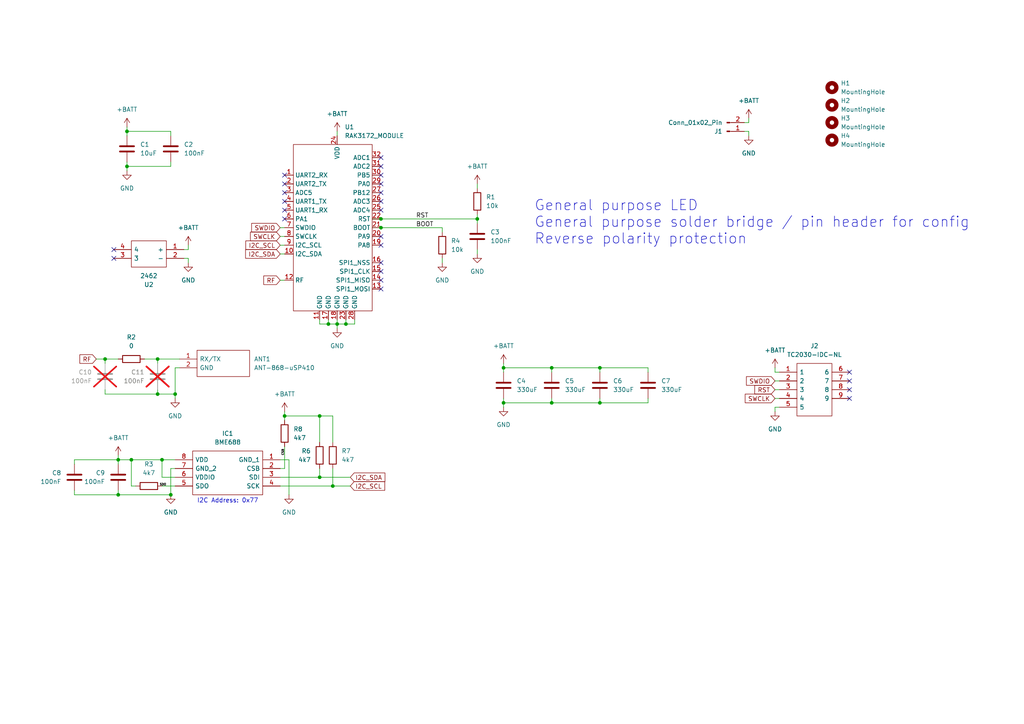
<source format=kicad_sch>
(kicad_sch (version 20230121) (generator eeschema)
  (paper "A4")
  (lib_symbols
    (symbol "Connector:Conn_01x02_Pin" (pin_names (offset 1.016) hide)
      (property "Reference" "J" (at 0 2.54 0))
      (property "Value" "Conn_01x02_Pin" (at 0 -5.08 0))
      (symbol "Conn_01x02_Pin_1_1"
        (polyline (pts (xy 1.27 -2.54) (xy 0.8636 -2.54)) (stroke (width 0.1524)))
        (polyline (pts (xy 1.27 0) (xy 0.8636 0)) (stroke (width 0.1524)))
        (rectangle (start 0.8636 -2.413) (end 0 -2.667) (stroke (width 0.1524)) (fill (type outline)))
        (rectangle (start 0.8636 0.127) (end 0 -0.127) (stroke (width 0.1524)) (fill (type outline)))
        (pin passive line (at 5.08 0 180) (length 3.81) (name "Pin_1") (number "1"))
        (pin passive line (at 5.08 -2.54 180) (length 3.81) (name "Pin_2") (number "2"))
      )
    )
    (symbol "Device:C" (pin_numbers hide) (pin_names (offset 0.254))
      (property "Reference" "C" (at 0.635 2.54 0))
      (property "Value" "C" (at 0.635 -2.54 0))
      (symbol "C_0_1"
        (polyline (pts (xy -2.032 -0.762) (xy 2.032 -0.762)) (stroke (width 0.508)))
        (polyline (pts (xy -2.032 0.762) (xy 2.032 0.762)) (stroke (width 0.508)))
      )
      (symbol "C_1_1"
        (pin passive line (at 0 3.81 270) (length 2.794) (name "~") (number "1"))
        (pin passive line (at 0 -3.81 90) (length 2.794) (name "~") (number "2"))
      )
    )
    (symbol "Device:R" (pin_numbers hide) (pin_names (offset 0))
      (property "Reference" "R" (at 2.032 0 90))
      (property "Value" "R" (at 0 0 90))
      (symbol "R_0_1"
        (rectangle (start -1.016 -2.54) (end 1.016 2.54) (stroke (width 0.254)))
      )
      (symbol "R_1_1"
        (pin passive line (at 0 3.81 270) (length 1.27) (name "~") (number "1"))
        (pin passive line (at 0 -3.81 90) (length 1.27) (name "~") (number "2"))
      )
    )
    (symbol "Mechanical:MountingHole" (pin_names (offset 1.016))
      (property "Reference" "H" (at 0 5.08 0))
      (property "Value" "MountingHole" (at 0 3.175 0))
      (symbol "MountingHole_0_1"
        (circle (center 0 0) (radius 1.27) (stroke (width 1.27)))
      )
    )
    (symbol "Perso:RAK3172_MODULE"
      (property "Reference" "U" (at -12.7 27.94 0))
      (property "Value" "RAK3172_MODULE" (at -12.7 25.4 0))
      (symbol "RAK3172_MODULE_0_1"
        (rectangle (start -12.7 22.86) (end 10.16 -25.4))
      )
      (symbol "RAK3172_MODULE_1_1"
        (pin input line (at -15.24 13.97 0) (length 2.54) (name "UART2_RX") (number "1"))
        (pin input line (at -15.24 -8.89 0) (length 2.54) (name "I2C_SDA") (number "10"))
        (pin input line (at -5.08 -27.94 90) (length 2.54) (name "GND") (number "11"))
        (pin input line (at -15.24 -16.51 0) (length 2.54) (name "RF") (number "12"))
        (pin input line (at 12.7 -19.05 180) (length 2.54) (name "SPI1_MOSI") (number "13"))
        (pin input line (at 12.7 -16.51 180) (length 2.54) (name "SPI1_MISO") (number "14"))
        (pin input line (at 12.7 -13.97 180) (length 2.54) (name "SPI1_CLK") (number "15"))
        (pin input line (at 12.7 -11.43 180) (length 2.54) (name "SPI1_NSS") (number "16"))
        (pin input line (at -2.54 -27.94 90) (length 2.54) (name "GND") (number "17"))
        (pin input line (at 0 -27.94 90) (length 2.54) (name "GND") (number "18"))
        (pin input line (at 12.7 -6.35 180) (length 2.54) (name "PA8") (number "19"))
        (pin input line (at -15.24 11.43 0) (length 2.54) (name "UART2_TX") (number "2"))
        (pin input line (at 12.7 -3.81 180) (length 2.54) (name "PA9") (number "20"))
        (pin input line (at 12.7 -1.27 180) (length 2.54) (name "BOOT") (number "21"))
        (pin input line (at 12.7 1.27 180) (length 2.54) (name "RST") (number "22"))
        (pin input line (at 2.54 -27.94 90) (length 2.54) (name "GND") (number "23"))
        (pin input line (at 0 25.4 270) (length 2.54) (name "VDD") (number "24"))
        (pin input line (at 12.7 3.81 180) (length 2.54) (name "ADC4") (number "25"))
        (pin input line (at 12.7 6.35 180) (length 2.54) (name "ADC3") (number "26"))
        (pin input line (at 12.7 8.89 180) (length 2.54) (name "PB12") (number "27"))
        (pin input line (at 5.08 -27.94 90) (length 2.54) (name "GND") (number "28"))
        (pin input line (at 12.7 11.43 180) (length 2.54) (name "PA0") (number "29"))
        (pin input line (at -15.24 8.89 0) (length 2.54) (name "ADC5") (number "3"))
        (pin input line (at 12.7 13.97 180) (length 2.54) (name "PB5") (number "30"))
        (pin input line (at 12.7 16.51 180) (length 2.54) (name "ADC2") (number "31"))
        (pin input line (at 12.7 19.05 180) (length 2.54) (name "ADC1") (number "32"))
        (pin input line (at -15.24 6.35 0) (length 2.54) (name "UART1_TX") (number "4"))
        (pin input line (at -15.24 3.81 0) (length 2.54) (name "UART1_RX") (number "5"))
        (pin input line (at -15.24 1.27 0) (length 2.54) (name "PA1") (number "6"))
        (pin input line (at -15.24 -1.27 0) (length 2.54) (name "SWDIO") (number "7"))
        (pin input line (at -15.24 -3.81 0) (length 2.54) (name "SWCLK") (number "8"))
        (pin input line (at -15.24 -6.35 0) (length 2.54) (name "I2C_SCL") (number "9"))
      )
    )
    (symbol "SamacSys_Parts:2462" (pin_names (offset 0.762))
      (property "Reference" "U" (at 16.51 7.62 0))
      (property "Value" "2462" (at 16.51 5.08 0))
      (symbol "2462_0_0"
        (pin passive line (at 20.32 -2.54 180) (length 5.08) (name "+") (number "1"))
        (pin passive line (at 20.32 0 180) (length 5.08) (name "-") (number "2"))
        (pin passive line (at 0 0 0) (length 5.08) (name "3") (number "3"))
        (pin passive line (at 0 -2.54 0) (length 5.08) (name "4") (number "4"))
      )
      (symbol "2462_0_1"
        (polyline (pts (xy 5.08 2.54) (xy 15.24 2.54) (xy 15.24 -5.08) (xy 5.08 -5.08) (xy 5.08 2.54)) (stroke (width 0.1524)))
      )
    )
    (symbol "SamacSys_Parts:ANT-868-uSP410" (pin_names (offset 0.762))
      (property "Reference" "ANT" (at 21.59 7.62 0))
      (property "Value" "ANT-868-uSP410" (at 21.59 5.08 0))
      (symbol "ANT-868-uSP410_0_0"
        (pin passive line (at 0 0 0) (length 5.08) (name "RX/TX") (number "1"))
        (pin passive line (at 0 -2.54 0) (length 5.08) (name "GND") (number "2"))
      )
      (symbol "ANT-868-uSP410_0_1"
        (polyline (pts (xy 5.08 2.54) (xy 20.32 2.54) (xy 20.32 -5.08) (xy 5.08 -5.08) (xy 5.08 2.54)) (stroke (width 0.1524)))
      )
    )
    (symbol "SamacSys_Parts:BME688" (pin_names (offset 0.762))
      (property "Reference" "IC" (at 26.67 7.62 0))
      (property "Value" "BME688" (at 26.67 5.08 0))
      (symbol "BME688_0_0"
        (pin passive line (at 30.48 0 180) (length 5.08) (name "GND_1") (number "1"))
        (pin passive line (at 30.48 -2.54 180) (length 5.08) (name "CSB") (number "2"))
        (pin passive line (at 30.48 -5.08 180) (length 5.08) (name "SDI") (number "3"))
        (pin passive line (at 30.48 -7.62 180) (length 5.08) (name "SCK") (number "4"))
        (pin passive line (at 0 -7.62 0) (length 5.08) (name "SDO") (number "5"))
        (pin passive line (at 0 -5.08 0) (length 5.08) (name "VDDIO") (number "6"))
        (pin passive line (at 0 -2.54 0) (length 5.08) (name "GND_2") (number "7"))
        (pin passive line (at 0 0 0) (length 5.08) (name "VDD") (number "8"))
      )
      (symbol "BME688_0_1"
        (polyline (pts (xy 5.08 2.54) (xy 25.4 2.54) (xy 25.4 -10.16) (xy 5.08 -10.16) (xy 5.08 2.54)) (stroke (width 0.1524)))
      )
    )
    (symbol "SamacSys_Parts:TC2030-IDC-NL" (pin_names (offset 0.762))
      (property "Reference" "J" (at 16.51 7.62 0))
      (property "Value" "TC2030-IDC-NL" (at 16.51 5.08 0))
      (symbol "TC2030-IDC-NL_0_0"
        (pin passive line (at 0 0 0) (length 5.08) (name "1") (number "1"))
        (pin passive line (at 0 -2.54 0) (length 5.08) (name "2") (number "2"))
        (pin passive line (at 0 -5.08 0) (length 5.08) (name "3") (number "3"))
        (pin passive line (at 0 -7.62 0) (length 5.08) (name "4") (number "4"))
        (pin passive line (at 0 -10.16 0) (length 5.08) (name "5") (number "5"))
        (pin passive line (at 20.32 0 180) (length 5.08) (name "6") (number "6"))
        (pin passive line (at 20.32 -2.54 180) (length 5.08) (name "7") (number "7"))
        (pin passive line (at 20.32 -5.08 180) (length 5.08) (name "8") (number "8"))
        (pin passive line (at 20.32 -7.62 180) (length 5.08) (name "9") (number "9"))
      )
      (symbol "TC2030-IDC-NL_0_1"
        (polyline (pts (xy 5.08 2.54) (xy 15.24 2.54) (xy 15.24 -12.7) (xy 5.08 -12.7) (xy 5.08 2.54)) (stroke (width 0.1524)))
      )
    )
    (symbol "power:+BATT" (power) (pin_names (offset 0))
      (property "Value" "+BATT" (at 0 3.556 0))
      (symbol "+BATT_0_1"
        (polyline (pts (xy -0.762 1.27) (xy 0 2.54)))
        (polyline (pts (xy 0 0) (xy 0 2.54)))
        (polyline (pts (xy 0 2.54) (xy 0.762 1.27)))
      )
      (symbol "+BATT_1_1"
        (pin power_in line (at 0 0 90) (length 0) hide (name "+BATT") (number "1"))
      )
    )
    (symbol "power:GND" (power) (pin_names (offset 0))
      (property "Value" "GND" (at 0 -3.81 0))
      (symbol "GND_0_1"
        (polyline (pts (xy 0 0) (xy 0 -1.27) (xy 1.27 -1.27) (xy 0 -2.54) (xy -1.27 -1.27) (xy 0 -1.27)))
      )
      (symbol "GND_1_1"
        (pin power_in line (at 0 0 270) (length 0) hide (name "GND") (number "1"))
      )
    )
  )
  (junction (at 110.49 63.5))
  (junction (at 34.29 143.51))
  (junction (at 173.99 116.84))
  (junction (at 110.49 66.04))
  (junction (at 96.52 140.97))
  (junction (at 97.79 93.98))
  (junction (at 82.55 120.65))
  (junction (at 49.53 143.51))
  (junction (at 160.02 116.84))
  (junction (at 146.05 106.68))
  (junction (at 45.72 104.14))
  (junction (at 100.33 93.98))
  (junction (at 95.25 93.98))
  (junction (at 146.05 116.84))
  (junction (at 173.99 106.68))
  (junction (at 138.43 63.5))
  (junction (at 30.48 104.14))
  (junction (at 34.29 133.35))
  (junction (at 36.83 38.1))
  (junction (at 38.1 133.35))
  (junction (at 160.02 106.68))
  (junction (at 46.99 133.35))
  (junction (at 92.71 138.43))
  (junction (at 45.72 114.3))
  (junction (at 36.83 48.26))
  (junction (at 92.71 120.65))
  (junction (at 50.8 114.3))
  (no_connect (at 82.55 58.42))
  (no_connect (at 110.49 76.2))
  (no_connect (at 246.38 115.57))
  (no_connect (at 110.49 71.12))
  (no_connect (at 110.49 83.82))
  (no_connect (at 110.49 68.58))
  (no_connect (at 246.38 110.49))
  (no_connect (at 110.49 58.42))
  (no_connect (at 33.02 72.39))
  (no_connect (at 110.49 48.26))
  (no_connect (at 110.49 50.8))
  (no_connect (at 110.49 60.96))
  (no_connect (at 110.49 78.74))
  (no_connect (at 110.49 53.34))
  (no_connect (at 82.55 55.88))
  (no_connect (at 110.49 55.88))
  (no_connect (at 246.38 113.03))
  (no_connect (at 82.55 60.96))
  (no_connect (at 82.55 50.8))
  (no_connect (at 33.02 74.93))
  (no_connect (at 82.55 53.34))
  (no_connect (at 82.55 63.5))
  (no_connect (at 246.38 107.95))
  (no_connect (at 110.49 45.72))
  (no_connect (at 110.49 81.28))
  (wire (pts (xy 96.52 135.89) (xy 96.52 140.97)))
  (wire (pts (xy 82.55 129.54) (xy 82.55 135.89)))
  (wire (pts (xy 21.59 143.51) (xy 34.29 143.51)))
  (wire (pts (xy 34.29 142.24) (xy 34.29 143.51)))
  (wire (pts (xy 146.05 106.68) (xy 146.05 107.95)))
  (wire (pts (xy 45.72 104.14) (xy 45.72 105.41)))
  (wire (pts (xy 82.55 119.38) (xy 82.55 120.65)))
  (wire (pts (xy 83.82 133.35) (xy 83.82 143.51)))
  (wire (pts (xy 36.83 46.99) (xy 36.83 48.26)))
  (wire (pts (xy 224.79 113.03) (xy 226.06 113.03)))
  (wire (pts (xy 21.59 142.24) (xy 21.59 143.51)))
  (wire (pts (xy 46.99 133.35) (xy 50.8 133.35)))
  (wire (pts (xy 30.48 104.14) (xy 30.48 105.41)))
  (wire (pts (xy 224.79 110.49) (xy 226.06 110.49)))
  (wire (pts (xy 36.83 36.83) (xy 36.83 38.1)))
  (wire (pts (xy 34.29 133.35) (xy 34.29 134.62)))
  (wire (pts (xy 54.61 74.93) (xy 54.61 76.2)))
  (wire (pts (xy 187.96 116.84) (xy 187.96 115.57)))
  (wire (pts (xy 52.07 106.68) (xy 50.8 106.68)))
  (wire (pts (xy 30.48 104.14) (xy 34.29 104.14)))
  (wire (pts (xy 92.71 92.71) (xy 92.71 93.98)))
  (wire (pts (xy 217.17 35.56) (xy 217.17 34.29)))
  (wire (pts (xy 36.83 38.1) (xy 36.83 39.37)))
  (wire (pts (xy 82.55 120.65) (xy 82.55 121.92)))
  (wire (pts (xy 160.02 116.84) (xy 173.99 116.84)))
  (wire (pts (xy 138.43 63.5) (xy 138.43 64.77)))
  (wire (pts (xy 45.72 113.03) (xy 45.72 114.3)))
  (wire (pts (xy 34.29 133.35) (xy 38.1 133.35)))
  (wire (pts (xy 92.71 138.43) (xy 101.6 138.43)))
  (wire (pts (xy 138.43 53.34) (xy 138.43 54.61)))
  (wire (pts (xy 96.52 120.65) (xy 92.71 120.65)))
  (wire (pts (xy 92.71 120.65) (xy 92.71 128.27)))
  (wire (pts (xy 36.83 48.26) (xy 36.83 49.53)))
  (wire (pts (xy 97.79 93.98) (xy 97.79 95.25)))
  (wire (pts (xy 34.29 133.35) (xy 21.59 133.35)))
  (wire (pts (xy 30.48 113.03) (xy 30.48 114.3)))
  (wire (pts (xy 38.1 133.35) (xy 38.1 140.97)))
  (wire (pts (xy 53.34 72.39) (xy 54.61 72.39)))
  (wire (pts (xy 49.53 38.1) (xy 49.53 39.37)))
  (wire (pts (xy 49.53 48.26) (xy 49.53 46.99)))
  (wire (pts (xy 96.52 120.65) (xy 96.52 128.27)))
  (wire (pts (xy 107.95 63.5) (xy 110.49 63.5)))
  (wire (pts (xy 83.82 133.35) (xy 81.28 133.35)))
  (wire (pts (xy 110.49 66.04) (xy 128.27 66.04)))
  (wire (pts (xy 224.79 118.11) (xy 224.79 119.38)))
  (wire (pts (xy 187.96 106.68) (xy 187.96 107.95)))
  (wire (pts (xy 45.72 104.14) (xy 52.07 104.14)))
  (wire (pts (xy 110.49 63.5) (xy 138.43 63.5)))
  (wire (pts (xy 36.83 48.26) (xy 49.53 48.26)))
  (wire (pts (xy 41.91 104.14) (xy 45.72 104.14)))
  (wire (pts (xy 38.1 133.35) (xy 46.99 133.35)))
  (wire (pts (xy 50.8 114.3) (xy 50.8 115.57)))
  (wire (pts (xy 146.05 115.57) (xy 146.05 116.84)))
  (wire (pts (xy 81.28 66.04) (xy 82.55 66.04)))
  (wire (pts (xy 100.33 93.98) (xy 97.79 93.98)))
  (wire (pts (xy 146.05 116.84) (xy 146.05 118.11)))
  (wire (pts (xy 81.28 71.12) (xy 82.55 71.12)))
  (wire (pts (xy 146.05 106.68) (xy 160.02 106.68)))
  (wire (pts (xy 146.05 105.41) (xy 146.05 106.68)))
  (wire (pts (xy 81.28 138.43) (xy 92.71 138.43)))
  (wire (pts (xy 54.61 72.39) (xy 54.61 71.12)))
  (wire (pts (xy 81.28 73.66) (xy 82.55 73.66)))
  (wire (pts (xy 34.29 143.51) (xy 49.53 143.51)))
  (wire (pts (xy 128.27 66.04) (xy 128.27 67.31)))
  (wire (pts (xy 173.99 115.57) (xy 173.99 116.84)))
  (wire (pts (xy 146.05 116.84) (xy 160.02 116.84)))
  (wire (pts (xy 81.28 81.28) (xy 82.55 81.28)))
  (wire (pts (xy 36.83 38.1) (xy 49.53 38.1)))
  (wire (pts (xy 92.71 93.98) (xy 95.25 93.98)))
  (wire (pts (xy 92.71 120.65) (xy 82.55 120.65)))
  (wire (pts (xy 173.99 106.68) (xy 187.96 106.68)))
  (wire (pts (xy 100.33 92.71) (xy 100.33 93.98)))
  (wire (pts (xy 97.79 38.1) (xy 97.79 39.37)))
  (wire (pts (xy 81.28 68.58) (xy 82.55 68.58)))
  (wire (pts (xy 226.06 107.95) (xy 224.79 107.95)))
  (wire (pts (xy 226.06 118.11) (xy 224.79 118.11)))
  (wire (pts (xy 224.79 107.95) (xy 224.79 106.68)))
  (wire (pts (xy 39.37 140.97) (xy 38.1 140.97)))
  (wire (pts (xy 46.99 138.43) (xy 50.8 138.43)))
  (wire (pts (xy 45.72 114.3) (xy 50.8 114.3)))
  (wire (pts (xy 21.59 133.35) (xy 21.59 134.62)))
  (wire (pts (xy 49.53 135.89) (xy 49.53 143.51)))
  (wire (pts (xy 102.87 92.71) (xy 102.87 93.98)))
  (wire (pts (xy 95.25 93.98) (xy 97.79 93.98)))
  (wire (pts (xy 128.27 74.93) (xy 128.27 76.2)))
  (wire (pts (xy 96.52 140.97) (xy 101.6 140.97)))
  (wire (pts (xy 95.25 92.71) (xy 95.25 93.98)))
  (wire (pts (xy 102.87 93.98) (xy 100.33 93.98)))
  (wire (pts (xy 138.43 62.23) (xy 138.43 63.5)))
  (wire (pts (xy 215.9 35.56) (xy 217.17 35.56)))
  (wire (pts (xy 34.29 132.08) (xy 34.29 133.35)))
  (wire (pts (xy 50.8 106.68) (xy 50.8 114.3)))
  (wire (pts (xy 138.43 73.66) (xy 138.43 72.39)))
  (wire (pts (xy 224.79 115.57) (xy 226.06 115.57)))
  (wire (pts (xy 46.99 133.35) (xy 46.99 138.43)))
  (wire (pts (xy 50.8 135.89) (xy 49.53 135.89)))
  (wire (pts (xy 82.55 135.89) (xy 81.28 135.89)))
  (wire (pts (xy 81.28 140.97) (xy 96.52 140.97)))
  (wire (pts (xy 173.99 106.68) (xy 173.99 107.95)))
  (wire (pts (xy 92.71 135.89) (xy 92.71 138.43)))
  (wire (pts (xy 107.95 66.04) (xy 110.49 66.04)))
  (wire (pts (xy 27.94 104.14) (xy 30.48 104.14)))
  (wire (pts (xy 97.79 92.71) (xy 97.79 93.98)))
  (wire (pts (xy 160.02 115.57) (xy 160.02 116.84)))
  (wire (pts (xy 46.99 140.97) (xy 50.8 140.97)))
  (wire (pts (xy 173.99 116.84) (xy 187.96 116.84)))
  (wire (pts (xy 217.17 38.1) (xy 217.17 39.37)))
  (wire (pts (xy 30.48 114.3) (xy 45.72 114.3)))
  (wire (pts (xy 160.02 106.68) (xy 160.02 107.95)))
  (wire (pts (xy 215.9 38.1) (xy 217.17 38.1)))
  (wire (pts (xy 160.02 106.68) (xy 173.99 106.68)))
  (wire (pts (xy 53.34 74.93) (xy 54.61 74.93)))
  (text "I2C Address: 0x77" (at 57.15 146.05 0) (effects (font (size 1.27 1.27)) (justify left bottom)))
  (text "General purpose LED\nGeneral purpose solder bridge / pin header for config\nReverse polarity protection" (at 154.94 71.12 0) (effects (font (size 3 3)) (justify left bottom)))
  (label "BOOT" (at 120.65 66.04 0))
  (label "RST" (at 120.65 63.5 0))
  (label "SDO" (at 48.26 140.97 180) (effects (font (size 0.6 0.6))))
  (label "CSB" (at 82.55 132.08 90) (effects (font (size 0.6 0.6))))
  (global_label "SWDIO" (shape input) (at 224.79 110.49 180) (property "Intersheetrefs" "${INTERSHEET_REFS}" (effects hide)))
  (global_label "I2C_SCL" (shape input) (at 81.28 71.12 180) (property "Intersheetrefs" "${INTERSHEET_REFS}" (effects hide)))
  (global_label "RF" (shape input) (at 81.28 81.28 180) (property "Intersheetrefs" "${INTERSHEET_REFS}" (effects hide)))
  (global_label "SWDIO" (shape input) (at 81.28 66.04 180) (property "Intersheetrefs" "${INTERSHEET_REFS}" (effects hide)))
  (global_label "SWCLK" (shape input) (at 224.79 115.57 180) (property "Intersheetrefs" "${INTERSHEET_REFS}" (effects hide)))
  (global_label "RST" (shape input) (at 224.79 113.03 180) (property "Intersheetrefs" "${INTERSHEET_REFS}" (effects hide)))
  (global_label "I2C_SDA" (shape input) (at 101.6 138.43 0) (property "Intersheetrefs" "${INTERSHEET_REFS}" (effects hide)))
  (global_label "SWCLK" (shape input) (at 81.28 68.58 180) (property "Intersheetrefs" "${INTERSHEET_REFS}" (effects hide)))
  (global_label "I2C_SDA" (shape input) (at 81.28 73.66 180) (property "Intersheetrefs" "${INTERSHEET_REFS}" (effects hide)))
  (global_label "I2C_SCL" (shape input) (at 101.6 140.97 0) (property "Intersheetrefs" "${INTERSHEET_REFS}" (effects hide)))
  (global_label "RF" (shape input) (at 27.94 104.14 180) (property "Intersheetrefs" "${INTERSHEET_REFS}" (effects hide)))
  (symbol (lib_id "Device:R") (at 38.1 104.14 90) (unit 1)
    (property "Reference" "R2" (at 38.1 97.79 90))
    (property "Value" "0" (at 38.1 100.33 90))
    (property "Footprint" "Resistor_SMD:R_0603_1608Metric" (effects hide))
  )
  (symbol (lib_id "Perso:RAK3172_MODULE") (at 97.79 64.77 0) (unit 1)
    (property "Reference" "U1" (at 99.9841 36.83 0) (effects (justify left)))
    (property "Value" "RAK3172_MODULE" (at 99.9841 39.37 0) (effects (justify left)))
    (property "Footprint" "SamacSys_Parts:RAK3172_MODULE" (effects hide))
  )
  (symbol (lib_id "SamacSys_Parts:ANT-868-uSP410") (at 52.07 104.14 0) (unit 1)
    (property "Reference" "ANT1" (at 73.66 104.14 0) (effects (justify left)))
    (property "Value" "ANT-868-uSP410" (at 73.66 106.68 0) (effects (justify left)))
    (property "Footprint" "SamacSys_Parts:ANT868uSP410" (effects hide))
    (property "Datasheet" "https://www.mouser.fr/datasheet/2/238/ant_868_usp410_ds-1892243.pdf" (effects hide))
    (property "Description" "Antennas 868MHz chip antenna, solder surface mount, ISM, LoRaWAN, SigFox, LPWA, low proximity effect" (effects hide))
    (property "Height" "2.9" (effects hide))
    (property "Manufacturer_Name" "Linx Technologies" (effects hide))
    (property "Manufacturer_Part_Number" "ANT-868-uSP410" (effects hide))
    (property "Mouser Part Number" "712-ANT-868-USP410" (effects hide))
    (property "Mouser Price/Stock" "https://www.mouser.co.uk/ProductDetail/Linx-Technologies/ANT-868-uSP410?qs=hWgE7mdIu5R%252BzZ8bzGhbRQ%3D%3D" (effects hide))
  )
  (symbol (lib_id "Device:C") (at 45.72 109.22 0) (unit 1) (in_bom no) (dnp yes)
    (property "Reference" "C11" (at 41.91 107.95 0) (effects (justify right)))
    (property "Value" "100nF" (at 41.91 110.49 0) (effects (justify right)))
    (property "Footprint" "Capacitor_SMD:C_0603_1608Metric" (effects hide))
  )
  (symbol (lib_id "Device:R") (at 96.52 132.08 0) (unit 1)
    (property "Reference" "R7" (at 99.06 130.81 0) (effects (justify left)))
    (property "Value" "4k7" (at 99.06 133.35 0) (effects (justify left)))
    (property "Footprint" "Resistor_SMD:R_0805_2012Metric" (effects hide))
  )
  (symbol (lib_id "power:+BATT") (at 97.79 38.1 0) (unit 1)
    (property "Reference" "#PWR03" (effects hide))
    (property "Value" "+BATT" (at 97.79 33.02 0))
  )
  (symbol (lib_id "power:GND") (at 83.82 143.51 0) (unit 1)
    (property "Reference" "#PWR024" (effects hide))
    (property "Value" "GND" (at 83.82 148.59 0))
  )
  (symbol (lib_id "power:GND") (at 49.53 143.51 0) (unit 1)
    (property "Reference" "#PWR026" (effects hide))
    (property "Value" "GND" (at 49.53 148.59 0))
  )
  (symbol (lib_id "Mechanical:MountingHole") (at 241.3 40.64 0) (unit 1) (in_bom no)
    (property "Reference" "H4" (at 243.84 39.37 0) (effects (justify left)))
    (property "Value" "MountingHole" (at 243.84 41.91 0) (effects (justify left)))
    (property "Footprint" "MountingHole:MountingHole_3.2mm_M3" (effects hide))
  )
  (symbol (lib_id "SamacSys_Parts:TC2030-IDC-NL") (at 226.06 107.95 0) (unit 1)
    (property "Reference" "J2" (at 236.22 100.33 0))
    (property "Value" "TC2030-IDC-NL" (at 236.22 102.87 0))
    (property "Footprint" "SamacSys_Parts:TC2030IDCNL" (effects hide))
    (property "Description" "6-PIN PLUG-OF-NAILS CABLE 6\"" (effects hide))
    (property "Height" "18.669" (effects hide))
    (property "Manufacturer_Name" "Tag Connect" (effects hide))
    (property "Manufacturer_Part_Number" "TC2030-IDC-NL" (effects hide))
  )
  (symbol (lib_id "Device:C") (at 34.29 138.43 0) (unit 1)
    (property "Reference" "C9" (at 30.48 137.16 0) (effects (justify right)))
    (property "Value" "100nF" (at 30.48 139.7 0) (effects (justify right)))
    (property "Footprint" "Capacitor_SMD:C_0805_2012Metric" (effects hide))
  )
  (symbol (lib_id "Device:R") (at 138.43 58.42 0) (unit 1)
    (property "Reference" "R1" (at 140.97 57.15 0) (effects (justify left)))
    (property "Value" "10k" (at 140.97 59.69 0) (effects (justify left)))
    (property "Footprint" "Resistor_SMD:R_0805_2012Metric" (effects hide))
  )
  (symbol (lib_id "Mechanical:MountingHole") (at 241.3 25.4 0) (unit 1) (in_bom no)
    (property "Reference" "H1" (at 243.84 24.13 0) (effects (justify left)))
    (property "Value" "MountingHole" (at 243.84 26.67 0) (effects (justify left)))
    (property "Footprint" "MountingHole:MountingHole_3.2mm_M3" (effects hide))
  )
  (symbol (lib_id "Device:C") (at 21.59 138.43 0) (unit 1)
    (property "Reference" "C8" (at 17.78 137.16 0) (effects (justify right)))
    (property "Value" "100nF" (at 17.78 139.7 0) (effects (justify right)))
    (property "Footprint" "Capacitor_SMD:C_0805_2012Metric" (effects hide))
  )
  (symbol (lib_id "Device:C") (at 187.96 111.76 0) (unit 1)
    (property "Reference" "C7" (at 191.77 110.49 0) (effects (justify left)))
    (property "Value" "330uF" (at 191.77 113.03 0) (effects (justify left)))
    (property "Footprint" "Capacitor_Tantalum_SMD:CP_EIA-3528-15_AVX-H" (effects hide))
  )
  (symbol (lib_id "SamacSys_Parts:BME688") (at 50.8 133.35 0) (unit 1)
    (property "Reference" "IC1" (at 66.04 125.73 0))
    (property "Value" "BME688" (at 66.04 128.27 0))
    (property "Footprint" "SamacSys_Parts:BME688" (effects hide))
    (property "Datasheet" "https://www.bosch-sensortec.com/media/boschsensortec/downloads/datasheets/bst-bme688-ds000.pdf" (effects hide))
    (property "Description" "Gas sensor measuring relative humidity, barometric pressure, ambient temperature and gas (VOC)" (effects hide))
    (property "Height" "1" (effects hide))
    (property "Mouser Part Number" "262-BME688" (effects hide))
    (property "Mouser Price/Stock" "https://www.mouser.co.uk/ProductDetail/Bosch-Sensortec/BME688?qs=IS%252B4QmGtzzqQoVDscqwx3A%3D%3D" (effects hide))
    (property "Manufacturer_Name" "BOSCH" (effects hide))
    (property "Manufacturer_Part_Number" "BME688" (effects hide))
  )
  (symbol (lib_id "Device:C") (at 146.05 111.76 0) (unit 1)
    (property "Reference" "C4" (at 149.86 110.49 0) (effects (justify left)))
    (property "Value" "330uF" (at 149.86 113.03 0) (effects (justify left)))
    (property "Footprint" "Capacitor_Tantalum_SMD:CP_EIA-3528-15_AVX-H" (effects hide))
  )
  (symbol (lib_id "power:+BATT") (at 54.61 71.12 0) (unit 1)
    (property "Reference" "#PWR016" (effects hide))
    (property "Value" "+BATT" (at 54.61 66.04 0))
  )
  (symbol (lib_id "power:+BATT") (at 36.83 36.83 0) (unit 1)
    (property "Reference" "#PWR01" (effects hide))
    (property "Value" "+BATT" (at 36.83 31.75 0))
  )
  (symbol (lib_id "Device:R") (at 92.71 132.08 0) (unit 1)
    (property "Reference" "R6" (at 90.17 130.81 0) (effects (justify right)))
    (property "Value" "4k7" (at 90.17 133.35 0) (effects (justify right)))
    (property "Footprint" "Resistor_SMD:R_0805_2012Metric" (effects hide))
  )
  (symbol (lib_id "power:GND") (at 224.79 119.38 0) (unit 1)
    (property "Reference" "#PWR010" (effects hide))
    (property "Value" "GND" (at 224.79 124.46 0))
  )
  (symbol (lib_id "Mechanical:MountingHole") (at 241.3 30.48 0) (unit 1) (in_bom no)
    (property "Reference" "H2" (at 243.84 29.21 0) (effects (justify left)))
    (property "Value" "MountingHole" (at 243.84 31.75 0) (effects (justify left)))
    (property "Footprint" "MountingHole:MountingHole_3.2mm_M3" (effects hide))
  )
  (symbol (lib_id "Device:R") (at 43.18 140.97 90) (unit 1)
    (property "Reference" "R3" (at 43.18 134.62 90))
    (property "Value" "4k7" (at 43.18 137.16 90))
    (property "Footprint" "Resistor_SMD:R_0805_2012Metric" (effects hide))
  )
  (symbol (lib_id "Device:C") (at 160.02 111.76 0) (unit 1)
    (property "Reference" "C5" (at 163.83 110.49 0) (effects (justify left)))
    (property "Value" "330uF" (at 163.83 113.03 0) (effects (justify left)))
    (property "Footprint" "Capacitor_Tantalum_SMD:CP_EIA-3528-15_AVX-H" (effects hide))
  )
  (symbol (lib_id "power:GND") (at 50.8 115.57 0) (unit 1)
    (property "Reference" "#PWR05" (effects hide))
    (property "Value" "GND" (at 50.8 120.65 0))
  )
  (symbol (lib_id "power:+BATT") (at 217.17 34.29 0) (unit 1)
    (property "Reference" "#PWR012" (effects hide))
    (property "Value" "+BATT" (at 217.17 29.21 0))
  )
  (symbol (lib_id "power:+BATT") (at 34.29 132.08 0) (unit 1)
    (property "Reference" "#PWR027" (effects hide))
    (property "Value" "+BATT" (at 34.29 127 0))
  )
  (symbol (lib_id "power:GND") (at 217.17 39.37 0) (unit 1)
    (property "Reference" "#PWR013" (effects hide))
    (property "Value" "GND" (at 217.17 44.45 0))
  )
  (symbol (lib_id "Mechanical:MountingHole") (at 241.3 35.56 0) (unit 1) (in_bom no)
    (property "Reference" "H3" (at 243.84 34.29 0) (effects (justify left)))
    (property "Value" "MountingHole" (at 243.84 36.83 0) (effects (justify left)))
    (property "Footprint" "MountingHole:MountingHole_3.2mm_M3" (effects hide))
  )
  (symbol (lib_id "Connector:Conn_01x02_Pin") (at 210.82 38.1 0) (mirror x) (unit 1)
    (property "Reference" "J1" (at 209.55 38.1 0) (effects (justify right)))
    (property "Value" "Conn_01x02_Pin" (at 209.55 35.56 0) (effects (justify right)))
    (property "Footprint" "Connector_PinHeader_2.54mm:PinHeader_1x02_P2.54mm_Vertical" (effects hide))
  )
  (symbol (lib_id "Device:C") (at 30.48 109.22 0) (unit 1) (in_bom no) (dnp yes)
    (property "Reference" "C10" (at 26.67 107.95 0) (effects (justify right)))
    (property "Value" "100nF" (at 26.67 110.49 0) (effects (justify right)))
    (property "Footprint" "Capacitor_SMD:C_0603_1608Metric" (effects hide))
  )
  (symbol (lib_id "power:GND") (at 138.43 73.66 0) (unit 1)
    (property "Reference" "#PWR06" (effects hide))
    (property "Value" "GND" (at 138.43 78.74 0))
  )
  (symbol (lib_id "Device:R") (at 82.55 125.73 0) (unit 1)
    (property "Reference" "R8" (at 85.09 124.46 0) (effects (justify left)))
    (property "Value" "4k7" (at 85.09 127 0) (effects (justify left)))
    (property "Footprint" "Resistor_SMD:R_0805_2012Metric" (effects hide))
  )
  (symbol (lib_id "Device:R") (at 128.27 71.12 0) (unit 1)
    (property "Reference" "R4" (at 130.81 69.85 0) (effects (justify left)))
    (property "Value" "10k" (at 130.81 72.39 0) (effects (justify left)))
    (property "Footprint" "Resistor_SMD:R_0805_2012Metric" (effects hide))
  )
  (symbol (lib_id "power:+BATT") (at 224.79 106.68 0) (unit 1)
    (property "Reference" "#PWR07" (effects hide))
    (property "Value" "+BATT" (at 224.79 101.6 0))
  )
  (symbol (lib_id "SamacSys_Parts:2462") (at 33.02 74.93 0) (mirror x) (unit 1)
    (property "Reference" "U2" (at 43.18 82.55 0))
    (property "Value" "2462" (at 43.18 80.01 0))
    (property "Footprint" "SamacSys_Parts:2462" (effects hide))
    (property "Datasheet" "http://www.keyelco.com/product-pdf.cfm?p=1027" (effects hide))
    (property "Description" "KEYSTONE - 2462 - BATTERY HOLDER" (effects hide))
    (property "Height" "16.51" (effects hide))
    (property "Mouser Part Number" "534-2462" (effects hide))
    (property "Mouser Price/Stock" "https://www.mouser.co.uk/ProductDetail/Keystone-Electronics/2462?qs=3CbvriavsLChvFNADwDLZA%3D%3D" (effects hide))
    (property "Manufacturer_Name" "Keystone Electronics" (effects hide))
    (property "Manufacturer_Part_Number" "2462" (effects hide))
  )
  (symbol (lib_id "Device:C") (at 36.83 43.18 0) (unit 1)
    (property "Reference" "C1" (at 40.64 41.91 0) (effects (justify left)))
    (property "Value" "10uF" (at 40.64 44.45 0) (effects (justify left)))
    (property "Footprint" "Capacitor_SMD:C_0805_2012Metric" (effects hide))
  )
  (symbol (lib_id "power:+BATT") (at 146.05 105.41 0) (unit 1)
    (property "Reference" "#PWR014" (effects hide))
    (property "Value" "+BATT" (at 146.05 100.33 0))
  )
  (symbol (lib_id "Device:C") (at 173.99 111.76 0) (unit 1)
    (property "Reference" "C6" (at 177.8 110.49 0) (effects (justify left)))
    (property "Value" "330uF" (at 177.8 113.03 0) (effects (justify left)))
    (property "Footprint" "Capacitor_Tantalum_SMD:CP_EIA-3528-15_AVX-H" (effects hide))
  )
  (symbol (lib_id "power:+BATT") (at 138.43 53.34 0) (unit 1)
    (property "Reference" "#PWR09" (effects hide))
    (property "Value" "+BATT" (at 138.43 48.26 0))
  )
  (symbol (lib_id "Device:C") (at 138.43 68.58 0) (unit 1)
    (property "Reference" "C3" (at 142.24 67.31 0) (effects (justify left)))
    (property "Value" "100nF" (at 142.24 69.85 0) (effects (justify left)))
    (property "Footprint" "Capacitor_SMD:C_0805_2012Metric" (effects hide))
  )
  (symbol (lib_id "power:GND") (at 128.27 76.2 0) (unit 1)
    (property "Reference" "#PWR018" (effects hide))
    (property "Value" "GND" (at 128.27 81.28 0))
  )
  (symbol (lib_id "power:GND") (at 54.61 76.2 0) (unit 1)
    (property "Reference" "#PWR017" (effects hide))
    (property "Value" "GND" (at 54.61 81.28 0))
  )
  (symbol (lib_id "power:GND") (at 36.83 49.53 0) (unit 1)
    (property "Reference" "#PWR04" (effects hide))
    (property "Value" "GND" (at 36.83 54.61 0))
  )
  (symbol (lib_id "power:GND") (at 97.79 95.25 0) (unit 1)
    (property "Reference" "#PWR02" (effects hide))
    (property "Value" "GND" (at 97.79 100.33 0))
  )
  (symbol (lib_id "power:GND") (at 146.05 118.11 0) (unit 1)
    (property "Reference" "#PWR015" (effects hide))
    (property "Value" "GND" (at 146.05 123.19 0))
  )
  (symbol (lib_id "power:+BATT") (at 82.55 119.38 0) (unit 1)
    (property "Reference" "#PWR025" (effects hide))
    (property "Value" "+BATT" (at 82.55 114.3 0))
  )
  (symbol (lib_id "Device:C") (at 49.53 43.18 0) (unit 1)
    (property "Reference" "C2" (at 53.34 41.91 0) (effects (justify left)))
    (property "Value" "100nF" (at 53.34 44.45 0) (effects (justify left)))
    (property "Footprint" "Capacitor_SMD:C_0805_2012Metric" (effects hide))
  )
)
</source>
